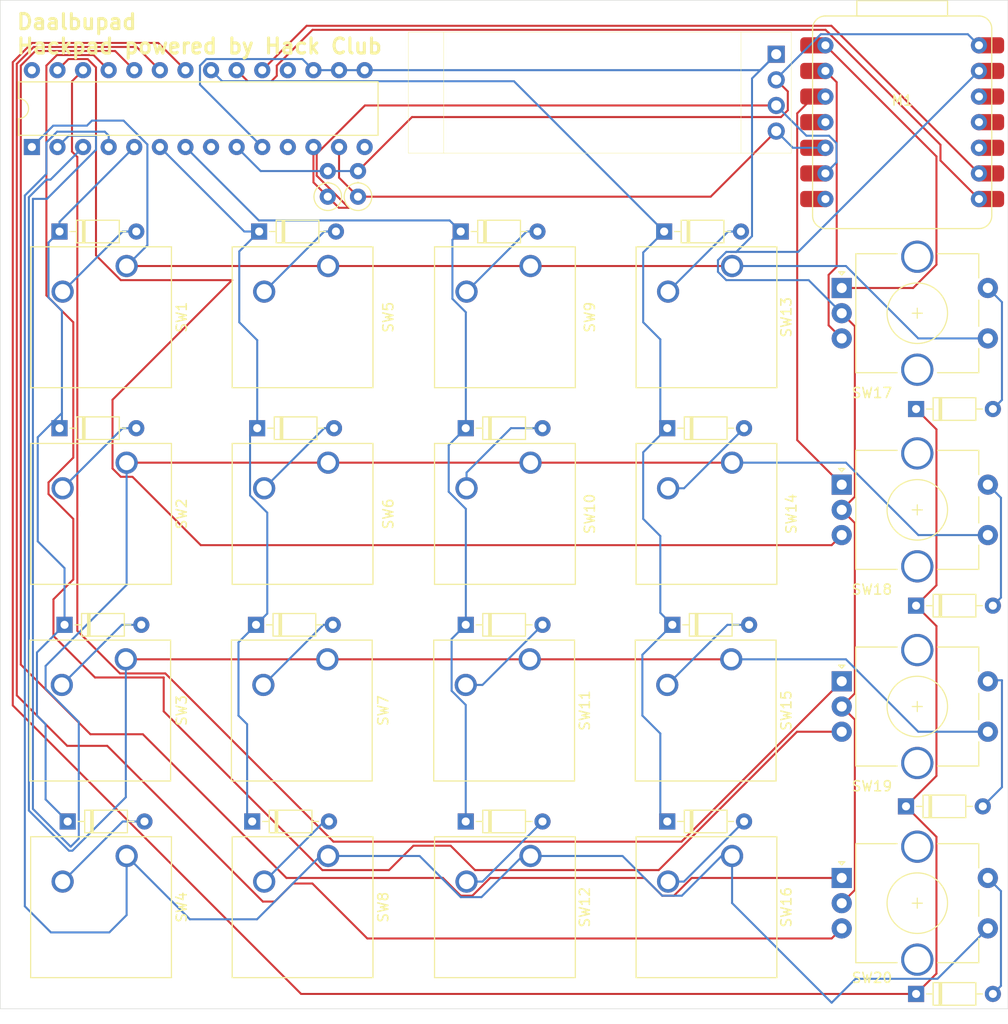
<source format=kicad_pcb>
(kicad_pcb (version 20240108) (generator "pcbnew") (generator_version "8.0")
  (layers (0 "F.Cu" signal) (31 "B.Cu" signal) (34 "B.Paste" user) (35 "F.Paste" user) (36 "B.SilkS" user "B.Silkscreen") (37 "F.SilkS" user "F.Silkscreen") (38 "B.Mask" user) (39 "F.Mask" user) (44 "Edge.Cuts" user))
  (net 0 "")
  (net 2 "Net-(D1-A)")
  (net 3 "Net-(D1-K)")
  (net 4 "Net-(D2-A)")
  (net 6 "Net-(D3-A)")
  (net 7 "Net-(D4-A)")
  (net 9 "Net-(D5-A)")
  (net 10 "GND")
  (net 11 "Net-(D5-K)")
  (net 12 "Net-(D6-A)")
  (net 13 "Net-(D7-A)")
  (net 14 "Net-(D8-A)")
  (net 15 "Net-(D9-A)")
  (net 16 "Net-(D10-A)")
  (net 17 "Net-(D10-K)")
  (net 18 "Net-(D11-A)")
  (net 19 "Net-(D12-A)")
  (net 20 "Net-(D13-K)")
  (net 21 "Net-(D13-A)")
  (net 22 "Net-(D14-A)")
  (net 23 "Net-(D15-A)")
  (net 24 "Net-(D16-A)")
  (net 25 "Net-(D17-K)")
  (net 26 "Net-(D17-A)")
  (net 27 "Net-(D18-A)")
  (net 28 "Net-(D19-A)")
  (net 29 "Net-(D20-A)")
  (net 30 "SCL")
  (net 31 "5V")
  (net 32 "SDA")
  (net 33 "Net-(M1-D8)")
  (net 36 "Net-(M1-D7)")
  (net 37 "Net-(M1-D2)")
  (net 38 "Net-(M1-D1)")
  (net 39 "Net-(U1-GPB0)")
  (net 40 "Net-(U1-GPB1)")
  (net 41 "Net-(U1-GPB2)")
  (net 42 "Net-(U1-GPB3)")
  (net 43 "Net-(U1-GPA6)")
  (net 44 "Net-(U1-GPA4)")
  (net 45 "Net-(U1-GPA5)")
  (net 46 "Net-(U1-GPA3)")
  (net 47 "Net-(U1-GPA2)")
  (net 53 "Net-(M1-D0)")
  (footprint "Downloads:SW_Cherry_MX_1.00u_PCB3d" (layer "F.Cu") (at 102.54 115.42)
    (property "Reference" "SW11")
    (property "Value" "SW_Push")
  )
  (footprint "Downloads:SW_Cherry_MX_1.00u_PCB3d" (layer "F.Cu") (at 62.54 95.92)
    (property "Reference" "SW2")
    (property "Value" "SW_Push")
  )
  (footprint "Diode_THT:D_DO-35_SOD27_P7.62mm_Horizontal" (layer "F.Cu") (at 75 131.5)
    (property "Reference" "D8" (hide yes))
    (property "Value" "1N4148")
  )
  (footprint "Downloads:RotaryEncoder_Alps_EC11E-Switch_Vertical_H20mm_CircularMountingHoles3D" (layer "F.Cu") (at 133.5 117.6)
    (property "Reference" "SW19")
    (property "Value" "RotaryEncoder_Switch")
  )
  (footprint "Package_DIP:DIP-28_W7.62mm" (layer "F.Cu") (at 53.14 64.62 90)
    (property "Reference" "U1" (hide yes))
    (property "Value" "MCP23017_SP")
  )
  (footprint "Downloads:SW_Cherry_MX_1.00u_PCB3d" (layer "F.Cu") (at 102.62 76.42)
    (property "Reference" "SW9")
    (property "Value" "SW_Push")
  )
  (footprint "Downloads:SW_Cherry_MX_1.00u_PCB3d" (layer "F.Cu") (at 82.54 76.42)
    (property "Reference" "SW5")
    (property "Value" "SW_Push")
  )
  (footprint "Diode_THT:D_DO-35_SOD27_P7.62mm_Horizontal" (layer "F.Cu") (at 56.69 131.5)
    (property "Reference" "D4" (hide yes))
    (property "Value" "1N4148")
  )
  (footprint "Downloads:SW_Cherry_MX_1.00u_PCB3d" (layer "F.Cu") (at 122.62 76.42)
    (property "Reference" "SW13")
    (property "Value" "SW_Push")
  )
  (footprint "Diode_THT:D_DO-35_SOD27_P7.62mm_Horizontal" (layer "F.Cu") (at 75.5 92.5)
    (property "Reference" "D6" (hide yes))
    (property "Value" "1N4148")
  )
  (footprint "Downloads:SW_Cherry_MX_1.00u_PCB3d" (layer "F.Cu") (at 122.62 95.92)
    (property "Reference" "SW14")
    (property "Value" "SW_Push")
  )
  (footprint "Downloads:SW_Cherry_MX_1.00u_PCB3d" (layer "F.Cu") (at 102.62 95.92)
    (property "Reference" "SW10")
    (property "Value" "SW_Push")
  )
  (footprint "Downloads:SW_Cherry_MX_1.00u_PCB3d" (layer "F.Cu") (at 62.54 76.42)
    (property "Reference" "SW1")
    (property "Value" "SW_Push")
  )
  (footprint "Downloads:SW_Cherry_MX_1.00u_PCB3d" (layer "F.Cu") (at 62.54 134.92)
    (property "Reference" "SW4")
    (property "Value" "SW_Push")
  )
  (footprint "Diode_THT:D_DO-35_SOD27_P7.62mm_Horizontal" (layer "F.Cu") (at 139.88 130)
    (property "Reference" "D19" (hide yes))
    (property "Value" "1N4148")
  )
  (footprint "Diode_THT:D_DO-35_SOD27_P7.62mm_Horizontal" (layer "F.Cu") (at 75.38 112)
    (property "Reference" "D7" (hide yes))
    (property "Value" "1N4148")
  )
  (footprint "Downloads:RotaryEncoder_Alps_EC11E-Switch_Vertical_H20mm_CircularMountingHoles3D" (layer "F.Cu") (at 133.5 98.1)
    (property "Reference" "SW18")
    (property "Value" "RotaryEncoder_Switch")
  )
  (footprint "Downloads:SW_Cherry_MX_1.00u_PCB3d" (layer "F.Cu") (at 82.54 95.92)
    (property "Reference" "SW6")
    (property "Value" "SW_Push")
  )
  (footprint "Diode_THT:D_DO-35_SOD27_P7.62mm_Horizontal" (layer "F.Cu") (at 96.19 131.5)
    (property "Reference" "D12" (hide yes))
    (property "Value" "1N4148")
  )
  (footprint "Resistor_THT:R_Axial_DIN0207_L6.3mm_D2.5mm_P2.54mm_Vertical" (layer "F.Cu") (at 85.5 69.545 90)
    (property "Reference" "R1" (hide yes))
    (property "Value" "4.7kΩ")
  )
  (footprint "Diode_THT:D_DO-35_SOD27_P7.62mm_Horizontal" (layer "F.Cu") (at 75.69 73)
    (property "Reference" "D5" (hide yes))
    (property "Value" "1N4148")
  )
  (footprint "Diode_THT:D_DO-35_SOD27_P7.62mm_Horizontal" (layer "F.Cu") (at 96.19 92.5)
    (property "Reference" "D10" (hide yes))
    (property "Value" "1N4148")
  )
  (footprint "Diode_THT:D_DO-35_SOD27_P7.62mm_Horizontal" (layer "F.Cu") (at 55.88 92.5)
    (property "Reference" "D2" (hide yes))
    (property "Value" "1N4148")
  )
  (footprint "Downloads:SW_Cherry_MX_1.00u_PCB3d" (layer "F.Cu") (at 82.54 134.92)
    (property "Reference" "SW8")
    (property "Value" "SW_Push")
  )
  (footprint "Downloads:SW_Cherry_MX_1.00u_PCB3d" (layer "F.Cu") (at 82.46 115.42)
    (property "Reference" "SW7")
    (property "Value" "SW_Push")
  )
  (footprint "Diode_THT:D_DO-35_SOD27_P7.62mm_Horizontal" (layer "F.Cu") (at 116.19 92.5)
    (property "Reference" "D14" (hide yes))
    (property "Value" "1N4148")
  )
  (footprint "Diode_THT:D_DO-35_SOD27_P7.62mm_Horizontal" (layer "F.Cu") (at 96.19 112)
    (property "Reference" "D11" (hide yes))
    (property "Value" "1N4148")
  )
  (footprint "Downloads:SW_Cherry_MX_1.00u_PCB3d" (layer "F.Cu") (at 102.62 134.92)
    (property "Reference" "SW12")
    (property "Value" "SW_Push")
  )
  (footprint "Diode_THT:D_DO-35_SOD27_P7.62mm_Horizontal" (layer "F.Cu") (at 116.69 112)
    (property "Reference" "D15" (hide yes))
    (property "Value" "1N4148")
  )
  (footprint "Diode_THT:D_DO-35_SOD27_P7.62mm_Horizontal" (layer "F.Cu") (at 115.88 73)
    (property "Reference" "D13" (hide yes))
    (property "Value" "1N4148")
  )
  (footprint "Downloads:SW_Cherry_MX_1.00u_PCB3d" (layer "F.Cu") (at 122.62 134.92)
    (property "Reference" "SW16")
    (property "Value" "SW_Push")
  )
  (footprint "Downloads:RotaryEncoder_Alps_EC11E-Switch_Vertical_H20mm_CircularMountingHoles3D" (layer "F.Cu") (at 133.5 78.6)
    (property "Reference" "SW17")
    (property "Value" "RotaryEncoder_Switch")
  )
  (footprint "Diode_THT:D_DO-35_SOD27_P7.62mm_Horizontal" (layer "F.Cu") (at 140.88 110.1)
    (property "Reference" "D18" (hide yes))
    (property "Value" "1N4148")
  )
  (footprint "Downloads:RotaryEncoder_Alps_EC11E-Switch_Vertical_H20mm_CircularMountingHoles3D" (layer "F.Cu") (at 133.5 137.1)
    (property "Reference" "SW20")
    (property "Value" "RotaryEncoder_Switch")
  )
  (footprint "Diode_THT:D_DO-35_SOD27_P7.62mm_Horizontal" (layer "F.Cu") (at 95.69 73)
    (property "Reference" "D9" (hide yes))
    (property "Value" "1N4148")
  )
  (footprint "Diode_THT:D_DO-35_SOD27_P7.62mm_Horizontal" (layer "F.Cu") (at 56.38 112)
    (property "Reference" "D3" (hide yes))
    (property "Value" "1N4148")
  )
  (footprint "Diode_THT:D_DO-35_SOD27_P7.62mm_Horizontal" (layer "F.Cu") (at 140.88 148.6)
    (property "Reference" "D20" (hide yes))
    (property "Value" "1N4148")
  )
  (footprint "Diode_THT:D_DO-35_SOD27_P7.62mm_Horizontal" (layer "F.Cu") (at 140.88 90.6)
    (property "Reference" "D17" (hide yes))
    (property "Value" "1N4148")
  )
  (footprint "Downloads:SSD1306-0.91-OLED-4pin-128x32" (layer "F.Cu") (at 90.5 53.23)
    (property "Reference" "J1" (hide yes))
    (property "Value" "Conn_01x04_Pin")
  )
  (footprint "Diode_THT:D_DO-35_SOD27_P7.62mm_Horizontal" (layer "F.Cu") (at 116.19 131.5)
    (property "Reference" "D16" (hide yes))
    (property "Value" "1N4148")
  )
  (footprint "Diode_THT:D_DO-35_SOD27_P7.62mm_Horizontal" (layer "F.Cu") (at 55.88 73)
    (property "Reference" "D1" (hide yes))
    (property "Value" "1N4148")
  )
  (footprint "Resistor_THT:R_Axial_DIN0207_L6.3mm_D2.5mm_P2.54mm_Vertical" (layer "F.Cu") (at 82.5 69.545 90)
    (property "Reference" "R2" (hide yes))
    (property "Value" "4.7kΩ")
  )
  (footprint "Downloads:XIAO-RP2040" (layer "F.Cu") (at 130.61 72.708)
    (property "Reference" "M1")
    (property "Value" "XIAO-RP2040")
  )
  (footprint "Downloads:SW_Cherry_MX_1.00u_PCB3d" (layer "F.Cu") (at 122.54 115.42)
    (property "Reference" "SW15")
    (property "Value" "SW_Push")
  )
  (footprint "Downloads:SW_Cherry_MX_1.00u_PCB3d" (layer "F.Cu") (at 62.46 115.42)
    (property "Reference" "SW3")
    (property "Value" "SW_Push")
  )
  (gr_rect (start 50 50.07) (end 150 150.07) (stroke (width 0.05)) (fill none) (layer "Edge.Cuts"))
  (gr_text "Daalbupad\nHackpad powered by Hack Club" (at 51.5 55.5 0) (layer "F.SilkS") (effects (font (size 1.5 1.5) (thickness 0.3) (bold yes)) (justify left bottom)))
  (segment (start 56.19 78.96) (end 62.15 73) (width 0.2) (layer "B.Cu") (net 2))
  (segment (start 62.15 73) (end 63.5 73) (width 0.2) (layer "B.Cu") (net 2))
  (segment (start 56.38 112) (end 53.64 114.74) (width 0.2) (layer "B.Cu") (net 3))
  (segment (start 56.38 106.38) (end 56.38 112) (width 0.2) (layer "B.Cu") (net 3))
  (segment (start 54.79 74.09) (end 54.79 79.539899) (width 0.2) (layer "B.Cu") (net 3))
  (segment (start 53.72 93.4) (end 53.72 103.72) (width 0.2) (layer "B.Cu") (net 3))
  (segment (start 53.72 103.72) (end 56.38 106.38) (width 0.2) (layer "B.Cu") (net 3))
  (segment (start 54.5 129.31) (end 56.69 131.5) (width 0.2) (layer "B.Cu") (net 3))
  (segment (start 56.12 91) (end 53.72 93.4) (width 0.2) (layer "B.Cu") (net 3))
  (segment (start 54.79 79.539899) (end 56.12 80.869899) (width 0.2) (layer "B.Cu") (net 3))
  (segment (start 54.5 121.857056) (end 54.5 129.31) (width 0.2) (layer "B.Cu") (net 3))
  (segment (start 53.64 114.74) (end 53.64 120.997056) (width 0.2) (layer "B.Cu") (net 3))
  (segment (start 55.88 72.04) (end 63.3 64.62) (width 0.2) (layer "B.Cu") (net 3))
  (segment (start 55.88 73) (end 55.88 72.04) (width 0.2) (layer "B.Cu") (net 3))
  (segment (start 55.88 73) (end 54.79 74.09) (width 0.2) (layer "B.Cu") (net 3))
  (segment (start 56.12 92.26) (end 55.88 92.5) (width 0.2) (layer "B.Cu") (net 3))
  (segment (start 56.12 91) (end 56.12 92.26) (width 0.2) (layer "B.Cu") (net 3))
  (segment (start 53.64 120.997056) (end 54.5 121.857056) (width 0.2) (layer "B.Cu") (net 3))
  (segment (start 56.12 80.869899) (end 56.12 91) (width 0.2) (layer "B.Cu") (net 3))
  (segment (start 62.15 92.5) (end 63.5 92.5) (width 0.2) (layer "B.Cu") (net 4))
  (segment (start 56.19 98.46) (end 62.15 92.5) (width 0.2) (layer "B.Cu") (net 4))
  (segment (start 62.07 112) (end 64 112) (width 0.2) (layer "B.Cu") (net 6))
  (segment (start 56.11 117.96) (end 62.07 112) (width 0.2) (layer "B.Cu") (net 6))
  (segment (start 62.15 131.5) (end 64.31 131.5) (width 0.2) (layer "B.Cu") (net 7))
  (segment (start 56.19 137.46) (end 62.15 131.5) (width 0.2) (layer "B.Cu") (net 7))
  (segment (start 82.15 73) (end 83.31 73) (width 0.2) (layer "B.Cu") (net 9))
  (segment (start 76.19 78.96) (end 82.15 73) (width 0.2) (layer "B.Cu") (net 9))
  (segment (start 134.8 138.3) (end 133.5 139.6) (width 0.2) (layer "F.Cu") (net 10))
  (segment (start 134.8 118.8) (end 133.5 120.1) (width 0.2) (layer "F.Cu") (net 10))
  (segment (start 133.5 120.1) (end 134.8 121.4) (width 0.2) (layer "F.Cu") (net 10))
  (segment (start 134.8 121.4) (end 134.8 138.3) (width 0.2) (layer "F.Cu") (net 10))
  (segment (start 133.5 100.6) (end 134.8 101.9) (width 0.2) (layer "F.Cu") (net 10))
  (segment (start 134.8 82.4) (end 134.8 99.3) (width 0.2) (layer "F.Cu") (net 10))
  (segment (start 133.5 81.1) (end 134.8 82.4) (width 0.2) (layer "F.Cu") (net 10))
  (segment (start 134.8 101.9) (end 134.8 118.8) (width 0.2) (layer "F.Cu") (net 10))
  (segment (start 134.8 99.3) (end 133.5 100.6) (width 0.2) (layer "F.Cu") (net 10))
  (segment (start 69.82 56.544365) (end 70.464365 55.9) (width 0.2) (layer "B.Cu") (net 10))
  (segment (start 81.08 57) (end 125.42 57) (width 0.2) (layer "B.Cu") (net 10))
  (segment (start 127 55.42) (end 124.6 57.82) (width 0.2) (layer "B.Cu") (net 10))
  (segment (start 125.42 57) (end 127 55.42) (width 0.2) (layer "B.Cu") (net 10))
  (segment (start 124.6 73.455635) (end 123.035635 75.02) (width 0.2) (layer "B.Cu") (net 10))
  (segment (start 76 64.62) (end 69.82 58.44) (width 0.2) (layer "B.Cu") (net 10))
  (segment (start 121.22 75.840101) (end 121.22 76.999899) (width 0.2) (layer "B.Cu") (net 10))
  (segment (start 79.98 55.9) (end 81.08 57) (width 0.2) (layer "B.Cu") (net 10))
  (segment (start 122.5 75.02) (end 122.040101 75.02) (width 0.2) (layer "B.Cu") (net 10))
  (segment (start 124.6 57.82) (end 124.6 73.455635) (width 0.2) (layer "B.Cu") (net 10))
  (segment (start 147.1175 57.077) (end 129.1745 75.02) (width 0.2) (layer "B.Cu") (net 10))
  (segment (start 129.1745 75.02) (end 122.5 75.02) (width 0.2) (layer "B.Cu") (net 10))
  (segment (start 122.040101 75.02) (end 121.22 75.840101) (width 0.2) (layer "B.Cu") (net 10))
  (segment (start 121.22 76.999899) (end 122.040101 77.82) (width 0.2) (layer "B.Cu") (net 10))
  (segment (start 69.82 58.44) (end 69.82 56.544365) (width 0.2) (layer "B.Cu") (net 10))
  (segment (start 130.22 77.82) (end 133.5 81.1) (width 0.2) (layer "B.Cu") (net 10))
  (segment (start 123.035635 75.02) (end 122.5 75.02) (width 0.2) (layer "B.Cu") (net 10))
  (segment (start 70.464365 55.9) (end 79.98 55.9) (width 0.2) (layer "B.Cu") (net 10))
  (segment (start 122.040101 77.82) (end 130.22 77.82) (width 0.2) (layer "B.Cu") (net 10))
  (segment (start 76.5 110.88) (end 75.38 112) (width 0.2) (layer "B.Cu") (net 11))
  (segment (start 75.5 92.5) (end 74.79 93.21) (width 0.2) (layer "B.Cu") (net 11))
  (segment (start 75.38 112) (end 73.64 113.74) (width 0.2) (layer "B.Cu") (net 11))
  (segment (start 73.64 120.997056) (end 74.5 121.857056) (width 0.2) (layer "B.Cu") (net 11))
  (segment (start 73.72 74.97) (end 73.72 81.997056) (width 0.2) (layer "B.Cu") (net 11))
  (segment (start 73.72 81.997056) (end 75.5 83.777056) (width 0.2) (layer "B.Cu") (net 11))
  (segment (start 73.64 113.74) (end 73.64 120.997056) (width 0.2) (layer "B.Cu") (net 11))
  (segment (start 74.79 99.172944) (end 76.5 100.882944) (width 0.2) (layer "B.Cu") (net 11))
  (segment (start 74.5 131) (end 75 131.5) (width 0.2) (layer "B.Cu") (net 11))
  (segment (start 75.5 83.777056) (end 75.5 92.5) (width 0.2) (layer "B.Cu") (net 11))
  (segment (start 74.79 93.21) (end 74.79 99.172944) (width 0.2) (layer "B.Cu") (net 11))
  (segment (start 76.5 100.882944) (end 76.5 110.88) (width 0.2) (layer "B.Cu") (net 11))
  (segment (start 74.22 73) (end 75.69 73) (width 0.2) (layer "B.Cu") (net 11))
  (segment (start 75.69 73) (end 73.72 74.97) (width 0.2) (layer "B.Cu") (net 11))
  (segment (start 74.5 121.857056) (end 74.5 131) (width 0.2) (layer "B.Cu") (net 11))
  (segment (start 65.84 64.62) (end 74.22 73) (width 0.2) (layer "B.Cu") (net 11))
  (segment (start 76.19 98.46) (end 82.15 92.5) (width 0.2) (layer "B.Cu") (net 12))
  (segment (start 82.15 92.5) (end 83.12 92.5) (width 0.2) (layer "B.Cu") (net 12))
  (segment (start 82.07 112) (end 83 112) (width 0.2) (layer "B.Cu") (net 13))
  (segment (start 76.11 117.96) (end 82.07 112) (width 0.2) (layer "B.Cu") (net 13))
  (segment (start 76.19 137.46) (end 82.15 131.5) (width 0.2) (layer "B.Cu") (net 14))
  (segment (start 82.15 131.5) (end 82.62 131.5) (width 0.2) (layer "B.Cu") (net 14))
  (segment (start 102.23 73) (end 103.31 73) (width 0.2) (layer "B.Cu") (net 15))
  (segment (start 96.27 78.96) (end 102.23 73) (width 0.2) (layer "B.Cu") (net 15))
  (segment (start 96.27 98.46) (end 96.27 96.904366) (width 0.2) (layer "B.Cu") (net 16))
  (segment (start 96.27 96.904366) (end 100.674366 92.5) (width 0.2) (layer "B.Cu") (net 16))
  (segment (start 100.674366 92.5) (end 103.81 92.5) (width 0.2) (layer "B.Cu") (net 16))
  (segment (start 94.5 94.19) (end 96.19 92.5) (width 0.2) (layer "B.Cu") (net 17))
  (segment (start 95.69 73) (end 94.87 73.82) (width 0.2) (layer "B.Cu") (net 17))
  (segment (start 94.79 118.539899) (end 94.79 113.4) (width 0.2) (layer "B.Cu") (net 17))
  (segment (start 94.5 98.802944) (end 94.5 94.19) (width 0.2) (layer "B.Cu") (net 17))
  (segment (start 75.66 71.9) (end 94.59 71.9) (width 0.2) (layer "B.Cu") (net 17))
  (segment (start 96.2 100.502944) (end 94.5 98.802944) (width 0.2) (layer "B.Cu") (net 17))
  (segment (start 94.59 71.9) (end 95.69 73) (width 0.2) (layer "B.Cu") (net 17))
  (segment (start 94.87 79.672944) (end 96.2 81.002944) (width 0.2) (layer "B.Cu") (net 17))
  (segment (start 96.2 81.002944) (end 96.2 92.49) (width 0.2) (layer "B.Cu") (net 17))
  (segment (start 96.19 131.5) (end 96.19 119.939899) (width 0.2) (layer "B.Cu") (net 17))
  (segment (start 94.87 73.82) (end 94.87 79.672944) (width 0.2) (layer "B.Cu") (net 17))
  (segment (start 96.19 119.939899) (end 94.79 118.539899) (width 0.2) (layer "B.Cu") (net 17))
  (segment (start 96.2 111.99) (end 96.2 100.502944) (width 0.2) (layer "B.Cu") (net 17))
  (segment (start 96.2 92.49) (end 96.19 92.5) (width 0.2) (layer "B.Cu") (net 17))
  (segment (start 94.79 113.4) (end 96.19 112) (width 0.2) (layer "B.Cu") (net 17))
  (segment (start 68.38 64.62) (end 75.66 71.9) (width 0.2) (layer "B.Cu") (net 17))
  (segment (start 96.19 112) (end 96.2 111.99) (width 0.2) (layer "B.Cu") (net 17))
  (segment (start 97.85 117.96) (end 103.81 112) (width 0.2) (layer "B.Cu") (net 18))
  (segment (start 96.19 117.96) (end 97.85 117.96) (width 0.2) (layer "B.Cu") (net 18))
  (segment (start 96.27 137.46) (end 97.85 137.46) (width 0.2) (layer "B.Cu") (net 19))
  (segment (start 97.85 137.46) (end 103.81 131.5) (width 0.2) (layer "B.Cu") (net 19))
  (segment (start 116.19 92.5) (end 115.5 91.81) (width 0.2) (layer "B.Cu") (net 20))
  (segment (start 113.8 81.997056) (end 113.8 75.08) (width 0.2) (layer "B.Cu") (net 20))
  (segment (start 115.5 122.777056) (end 115.5 130.81) (width 0.2) (layer "B.Cu") (net 20))
  (segment (start 115.5 83.697056) (end 113.8 81.997056) (width 0.2) (layer "B.Cu") (net 20))
  (segment (start 113.8 101.497056) (end 115.5 103.197056) (width 0.2) (layer "B.Cu") (net 20))
  (segment (start 113.8 75.08) (end 115.88 73) (width 0.2) (layer "B.Cu") (net 20))
  (segment (start 113.72 114.97) (end 113.72 120.997056) (width 0.2) (layer "B.Cu") (net 20))
  (segment (start 113.72 120.997056) (end 115.5 122.777056) (width 0.2) (layer "B.Cu") (net 20))
  (segment (start 115.5 91.81) (end 115.5 83.697056) (width 0.2) (layer "B.Cu") (net 20))
  (segment (start 115.5 130.81) (end 116.19 131.5) (width 0.2) (layer "B.Cu") (net 20))
  (segment (start 115.5 110.81) (end 116.69 112) (width 0.2) (layer "B.Cu") (net 20))
  (segment (start 115.88 73) (end 100.98 58.1) (width 0.2) (layer "B.Cu") (net 20))
  (segment (start 116.69 112) (end 113.72 114.97) (width 0.2) (layer "B.Cu") (net 20))
  (segment (start 113.8 94.89) (end 113.8 101.497056) (width 0.2) (layer "B.Cu") (net 20))
  (segment (start 72.02 58.1) (end 70.92 57) (width 0.2) (layer "B.Cu") (net 20))
  (segment (start 116.19 92.5) (end 113.8 94.89) (width 0.2) (layer "B.Cu") (net 20))
  (segment (start 115.5 103.197056) (end 115.5 110.81) (width 0.2) (layer "B.Cu") (net 20))
  (segment (start 100.98 58.1) (end 72.02 58.1) (width 0.2) (layer "B.Cu") (net 20))
  (segment (start 116.27 78.96) (end 122.23 73) (width 0.2) (layer "B.Cu") (net 21))
  (segment (start 122.23 73) (end 123.5 73) (width 0.2) (layer "B.Cu") (net 21))
  (segment (start 116.27 98.46) (end 117.85 98.46) (width 0.2) (layer "B.Cu") (net 22))
  (segment (start 117.85 98.46) (end 123.81 92.5) (width 0.2) (layer "B.Cu") (net 22))
  (segment (start 116.19 117.96) (end 122.15 112) (width 0.2) (layer "B.Cu") (net 23))
  (segment (start 122.15 112) (end 124.31 112) (width 0.2) (layer "B.Cu") (net 23))
  (segment (start 117.85 137.46) (end 123.81 131.5) (width 0.2) (layer "B.Cu") (net 24))
  (segment (start 116.27 137.46) (end 117.85 137.46) (width 0.2) (layer "B.Cu") (net 24))
  (segment (start 51.24 119.985635) (end 51.24 56.212993) (width 0.2) (layer "F.Cu") (net 25))
  (segment (start 140.88 90.6) (end 142.9 92.62) (width 0.2) (layer "F.Cu") (net 25))
  (segment (start 53.152993 54.3) (end 65.68 54.3) (width 0.2) (layer "F.Cu") (net 25))
  (segment (start 51.24 56.212993) (end 53.152993 54.3) (width 0.2) (layer "F.Cu") (net 25))
  (segment (start 142.9 108.08) (end 140.88 110.1) (width 0.2) (layer "F.Cu") (net 25))
  (segment (start 142.9 92.62) (end 142.9 108.08) (width 0.2) (layer "F.Cu") (net 25))
  (segment (start 140.88 148.6) (end 79.854365 148.6) (width 0.2) (layer "F.Cu") (net 25))
  (segment (start 142.9 112.12) (end 142.9 126.98) (width 0.2) (layer "F.Cu") (net 25))
  (segment (start 140.88 110.1) (end 142.9 112.12) (width 0.2) (layer "F.Cu") (net 25))
  (segment (start 79.854365 148.6) (end 51.24 119.985635) (width 0.2) (layer "F.Cu") (net 25))
  (segment (start 142.9 126.98) (end 139.88 130) (width 0.2) (layer "F.Cu") (net 25))
  (segment (start 142.9 146.58) (end 140.88 148.6) (width 0.2) (layer "F.Cu") (net 25))
  (segment (start 142.9 133.02) (end 142.9 146.58) (width 0.2) (layer "F.Cu") (net 25))
  (segment (start 65.68 54.3) (end 68.38 57) (width 0.2) (layer "F.Cu") (net 25))
  (segment (start 139.88 130) (end 142.9 133.02) (width 0.2) (layer "F.Cu") (net 25))
  (segment (start 149.4 80) (end 148 78.6) (width 0.2) (layer "B.Cu") (net 26))
  (segment (start 149.4 89.7) (end 149.4 80) (width 0.2) (layer "B.Cu") (net 26))
  (segment (start 148.5 90.6) (end 149.4 89.7) (width 0.2) (layer "B.Cu") (net 26))
  (segment (start 149.3 99.4) (end 148 98.1) (width 0.2) (layer "B.Cu") (net 27))
  (segment (start 148.5 110.1) (end 149.3 109.3) (width 0.2) (layer "B.Cu") (net 27))
  (segment (start 149.3 109.3) (end 149.3 99.4) (width 0.2) (layer "B.Cu") (net 27))
  (segment (start 147.5 130) (end 149.4 128.1) (width 0.2) (layer "B.Cu") (net 28))
  (segment (start 149.4 128.1) (end 149.4 117.5) (width 0.2) (layer "B.Cu") (net 28))
  (segment (start 149.4 117.5) (end 148.1 117.5) (width 0.2) (layer "B.Cu") (net 28))
  (segment (start 148.1 117.5) (end 148 117.6) (width 0.2) (layer "B.Cu") (net 28))
  (segment (start 149.3 147.8) (end 148.5 148.6) (width 0.2) (layer "B.Cu") (net 29))
  (segment (start 148 137.1) (end 149.3 138.4) (width 0.2) (layer "B.Cu") (net 29))
  (segment (start 149.3 138.4) (end 149.3 147.8) (width 0.2) (layer "B.Cu") (net 29))
  (segment (start 82.5 69.545) (end 81.08 68.125) (width 0.2) (layer "F.Cu") (net 30))
  (segment (start 86.184365 60.5) (end 127 60.5) (width 0.2) (layer "F.Cu") (net 30))
  (segment (start 81.4 67.460635) (end 81.4 65.284365) (width 0.2) (layer "F.Cu") (net 30))
  (segment (start 81.08 68.125) (end 81.08 64.62) (width 0.2) (layer "F.Cu") (net 30))
  (segment (start 81.4 65.284365) (end 86.184365 60.5) (width 0.2) (layer "F.Cu") (net 30))
  (segment (start 83.6 70.645) (end 84.584365 70.645) (width 0.2) (layer "F.Cu") (net 30))
  (segment (start 84.584365 70.645) (end 81.4 67.460635) (width 0.2) (layer "F.Cu") (net 30))
  (segment (start 82.5 69.545) (end 83.6 70.645) (width 0.2) (layer "F.Cu") (net 30))
  (segment (start 132.9825 66.137) (end 132.9825 64.241365) (width 0.2) (layer "B.Cu") (net 30))
  (segment (start 132.241135 63.5) (end 130 63.5) (width 0.2) (layer "B.Cu") (net 30))
  (segment (start 132.9825 64.241365) (end 132.241135 63.5) (width 0.2) (layer "B.Cu") (net 30))
  (segment (start 131.8825 67.237) (end 132.9825 66.137) (width 0.2) (layer "B.Cu") (net 30))
  (segment (start 130 63.5) (end 127 60.5) (width 0.2) (layer "B.Cu") (net 30))
  (segment (start 128.15 60.976346) (end 128.15 59.11) (width 0.2) (layer "F.Cu") (net 31))
  (segment (start 85.5 67.005) (end 90.855 61.65) (width 0.2) (layer "F.Cu") (net 31))
  (segment (start 90.855 61.65) (end 127.476346 61.65) (width 0.2) (layer "F.Cu") (net 31))
  (segment (start 127.476346 61.65) (end 128.15 60.976346) (width 0.2) (layer "F.Cu") (net 31))
  (segment (start 128.15 59.11) (end 127 57.96) (width 0.2) (layer "F.Cu") (net 31))
  (segment (start 127 57.96) (end 127 57.863865) (width 0.2) (layer "B.Cu") (net 31))
  (segment (start 82.5 67.005) (end 75.845 67.005) (width 0.2) (layer "B.Cu") (net 31))
  (segment (start 75.845 67.005) (end 73.46 64.62) (width 0.2) (layer "B.Cu") (net 31))
  (segment (start 131.426865 53.437) (end 146.0175 53.437) (width 0.2) (layer "B.Cu") (net 31))
  (segment (start 82.5 67.005) (end 85.5 67.005) (width 0.2) (layer "B.Cu") (net 31))
  (segment (start 127 57.863865) (end 131.426865 53.437) (width 0.2) (layer "B.Cu") (net 31))
  (segment (start 146.0175 53.437) (end 147.1175 54.537) (width 0.2) (layer "B.Cu") (net 31))
  (segment (start 85.5 69.545) (end 83.62 67.665) (width 0.2) (layer "F.Cu") (net 32))
  (segment (start 85.5 69.545) (end 120.495 69.545) (width 0.2) (layer "F.Cu") (net 32))
  (segment (start 120.495 69.545) (end 127 63.04) (width 0.2) (layer "F.Cu") (net 32))
  (segment (start 83.62 67.665) (end 83.62 64.62) (width 0.2) (layer "F.Cu") (net 32))
  (segment (start 128.657 64.697) (end 131.8825 64.697) (width 0.2) (layer "B.Cu") (net 32))
  (segment (start 127 63.04) (end 128.657 64.697) (width 0.2) (layer "B.Cu") (net 32))
  (segment (start 132.4805 52.6) (end 147.1175 67.237) (width 0.2) (layer "F.Cu") (net 33))
  (segment (start 76 57) (end 80.4 52.6) (width 0.2) (layer "F.Cu") (net 33))
  (segment (start 80.4 52.6) (end 132.4805 52.6) (width 0.2) (layer "F.Cu") (net 33))
  (segment (start 74.56 58.1) (end 73.46 57) (width 0.2) (layer "F.Cu") (net 36))
  (segment (start 143.3 65.9595) (end 143.3 64.398865) (width 0.2) (layer "F.Cu") (net 36))
  (segment (start 147.1175 69.777) (end 143.3 65.9595) (width 0.2) (layer "F.Cu") (net 36))
  (segment (start 80.984365 53) (end 77.44 56.544365) (width 0.2) (layer "F.Cu") (net 36))
  (segment (start 77.44 57.56) (end 76.9 58.1) (width 0.2) (layer "F.Cu") (net 36))
  (segment (start 131.901135 53) (end 80.984365 53) (width 0.2) (layer "F.Cu") (net 36))
  (segment (start 143.3 64.398865) (end 131.901135 53) (width 0.2) (layer "F.Cu") (net 36))
  (segment (start 77.44 56.544365) (end 77.44 57.56) (width 0.2) (layer "F.Cu") (net 36))
  (segment (start 76.9 58.1) (end 74.56 58.1) (width 0.2) (layer "F.Cu") (net 36))
  (segment (start 129.0825 61.28563) (end 130.75113 59.617) (width 0.2) (layer "F.Cu") (net 37))
  (segment (start 129.0825 93.6825) (end 129.0825 61.28563) (width 0.2) (layer "F.Cu") (net 37))
  (segment (start 133.5 98.1) (end 129.0825 93.6825) (width 0.2) (layer "F.Cu") (net 37))
  (segment (start 130.75113 59.617) (end 131.8825 59.617) (width 0.2) (layer "F.Cu") (net 37))
  (segment (start 132.2 77.3) (end 133 76.5) (width 0.2) (layer "F.Cu") (net 38))
  (segment (start 133.5 83.6) (end 132.2 82.3) (width 0.2) (layer "F.Cu") (net 38))
  (segment (start 133 58.1945) (end 131.8825 57.077) (width 0.2) (layer "F.Cu") (net 38))
  (segment (start 132.2 82.3) (end 132.2 77.3) (width 0.2) (layer "F.Cu") (net 38))
  (segment (start 133 76.5) (end 133 58.1945) (width 0.2) (layer "F.Cu") (net 38))
  (segment (start 62.54 76.42) (end 82.54 76.42) (width 0.2) (layer "F.Cu") (net 39))
  (segment (start 82.54 76.42) (end 102.62 76.42) (width 0.2) (layer "F.Cu") (net 39))
  (segment (start 102.62 76.42) (end 122.62 76.42) (width 0.2) (layer "F.Cu") (net 39))
  (segment (start 53.14 64.62) (end 55.26 62.5) (width 0.2) (layer "B.Cu") (net 39))
  (segment (start 64.6 64.364365) (end 64.6 74.36) (width 0.2) (layer "B.Cu") (net 39))
  (segment (start 141.1 83.6) (end 148 83.6) (width 0.2) (layer "B.Cu") (net 39))
  (segment (start 133.92 76.42) (end 141.1 83.6) (width 0.2) (layer "B.Cu") (net 39))
  (segment (start 58.605685 62.5) (end 59.105685 62) (width 0.2) (layer "B.Cu") (net 39))
  (segment (start 64.6 74.36) (end 62.54 76.42) (width 0.2) (layer "B.Cu") (net 39))
  (segment (start 55.26 62.5) (end 58.605685 62.5) (width 0.2) (layer "B.Cu") (net 39))
  (segment (start 122.62 76.42) (end 133.92 76.42) (width 0.2) (layer "B.Cu") (net 39))
  (segment (start 62.235635 62) (end 64.6 64.364365) (width 0.2) (layer "B.Cu") (net 39))
  (segment (start 59.105685 62) (end 62.235635 62) (width 0.2) (layer "B.Cu") (net 39))
  (segment (start 82.54 95.92) (end 62.54 95.92) (width 0.2) (layer "F.Cu") (net 40))
  (segment (start 102.62 95.92) (end 82.54 95.92) (width 0.2) (layer "F.Cu") (net 40))
  (segment (start 102.62 95.92) (end 122.62 95.92) (width 0.2) (layer "F.Cu") (net 40))
  (segment (start 122.62 95.92) (end 133.92 95.92) (width 0.2) (layer "B.Cu") (net 40))
  (segment (start 56.99 134) (end 57.79 133.2) (width 0.2) (layer "B.Cu") (net 40))
  (segment (start 62.54 108.04) (end 62.54 95.92) (width 0.2) (layer "B.Cu") (net 40))
  (segment (start 141.1 103.1) (end 148 103.1) (width 0.2) (layer "B.Cu") (net 40))
  (segment (start 57.79 133.2) (end 57.79 121.619899) (width 0.2) (layer "B.Cu") (net 40))
  (segment (start 57.79 121.619899) (end 54.5 118.329899) (width 0.2) (layer "B.Cu") (net 40))
  (segment (start 54.5 116.08) (end 62.54 108.04) (width 0.2) (layer "B.Cu") (net 40))
  (segment (start 59.5 63.5) (end 56.8 63.5) (width 0.2) (layer "B.Cu") (net 40))
  (segment (start 56.8 63.5) (end 55.68 64.62) (width 0.2) (layer "B.Cu") (net 40))
  (segment (start 54.5 118.329899) (end 54.5 116.08) (width 0.2) (layer "B.Cu") (net 40))
  (segment (start 59.5 63.5) (end 59.5 64.895635) (width 0.2) (layer "B.Cu") (net 40))
  (segment (start 133.92 95.92) (end 141.1 103.1) (width 0.2) (layer "B.Cu") (net 40))
  (segment (start 53.24 69.76) (end 53.24 130.25) (width 0.2) (layer "B.Cu") (net 40))
  (segment (start 54.635635 69.76) (end 53.24 69.76) (width 0.2) (layer "B.Cu") (net 40))
  (segment (start 59.5 64.895635) (end 54.635635 69.76) (width 0.2) (layer "B.Cu") (net 40))
  (segment (start 53.24 130.25) (end 56.99 134) (width 0.2) (layer "B.Cu") (net 40))
  (segment (start 82.46 115.42) (end 102.54 115.42) (width 0.2) (layer "F.Cu") (net 41))
  (segment (start 102.54 115.42) (end 122.54 115.42) (width 0.2) (layer "F.Cu") (net 41))
  (segment (start 62.46 115.42) (end 82.46 115.42) (width 0.2) (layer "F.Cu") (net 41))
  (segment (start 62.46 129.095686) (end 62.46 115.42) (width 0.2) (layer "B.Cu") (net 41))
  (segment (start 54.985686 67.854314) (end 54.58 67.854314) (width 0.2) (layer "B.Cu") (net 41))
  (segment (start 54.58 67.854314) (end 52.84 69.594314) (width 0.2) (layer "B.Cu") (net 41))
  (segment (start 57.155686 134.4) (end 62.46 129.095686) (width 0.2) (layer "B.Cu") (net 41))
  (segment (start 52.84 130.415686) (end 56.824314 134.4) (width 0.2) (layer "B.Cu") (net 41))
  (segment (start 58.22 64.62) (end 54.985686 67.854314) (width 0.2) (layer "B.Cu") (net 41))
  (segment (start 52.84 69.594314) (end 52.84 130.415686) (width 0.2) (layer "B.Cu") (net 41))
  (segment (start 141.1 122.6) (end 148 122.6) (width 0.2) (layer "B.Cu") (net 41))
  (segment (start 122.54 115.42) (end 133.92 115.42) (width 0.2) (layer "B.Cu") (net 41))
  (segment (start 133.92 115.42) (end 141.1 122.6) (width 0.2) (layer "B.Cu") (net 41))
  (segment (start 56.824314 134.4) (end 57.155686 134.4) (width 0.2) (layer "B.Cu") (net 41))
  (segment (start 52.44 69.428628) (end 52.44 139.91) (width 0.2) (layer "B.Cu") (net 42))
  (segment (start 60.823402 142.5) (end 62.54 140.783402) (width 0.2) (layer "B.Cu") (net 42))
  (segment (start 102.62 134.92) (end 111.750101 134.92) (width 0.2) (layer "B.Cu") (net 42))
  (segment (start 122.62 139.59) (end 122.62 134.92) (width 0.2) (layer "B.Cu") (net 42))
  (segment (start 52.44 139.91) (end 55.03 142.5) (width 0.2) (layer "B.Cu") (net 42))
  (segment (start 91.617056 134.92) (end 95.697056 139) (width 0.2) (layer "B.Cu") (net 42))
  (segment (start 95.697056 139) (end 97.756598 139) (width 0.2) (layer "B.Cu") (net 42))
  (segment (start 75.476598 141.2) (end 81.756598 134.92) (width 0.2) (layer "B.Cu") (net 42))
  (segment (start 101.836598 134.92) (end 102.62 134.92) (width 0.2) (layer "B.Cu") (net 42))
  (segment (start 115.690101 138.86) (end 117.64 138.86) (width 0.2) (layer "B.Cu") (net 42))
  (segment (start 132.5 149.47) (end 122.62 139.59) (width 0.2) (layer "B.Cu") (net 42))
  (segment (start 60.37137 63.1) (end 55.644365 63.1) (width 0.2) (layer "B.Cu") (net 42))
  (segment (start 148 142.1) (end 143 147.1) (width 0.2) (layer "B.Cu") (net 42))
  (segment (start 54.58 64.164365) (end 54.58 67.288628) (width 0.2) (layer "B.Cu") (net 42))
  (segment (start 81.756598 134.92) (end 82.54 134.92) (width 0.2) (layer "B.Cu") (net 42))
  (segment (start 82.54 134.92) (end 91.617056 134.92) (width 0.2) (layer "B.Cu") (net 42))
  (segment (start 60.76 64.62) (end 60.76 63.48863) (width 0.2) (layer "B.Cu") (net 42))
  (segment (start 55.644365 63.1) (end 54.58 64.164365) (width 0.2) (layer "B.Cu") (net 42))
  (segment (start 68.82 141.2) (end 75.476598 141.2) (width 0.2) (layer "B.Cu") (net 42))
  (segment (start 62.54 134.92) (end 68.82 141.2) (width 0.2) (layer "B.Cu") (net 42))
  (segment (start 143 147.1) (end 134.87 147.1) (width 0.2) (layer "B.Cu") (net 42))
  (segment (start 55.03 142.5) (end 60.823402 142.5) (width 0.2) (layer "B.Cu") (net 42))
  (segment (start 111.750101 134.92) (end 115.690101 138.86) (width 0.2) (layer "B.Cu") (net 42))
  (segment (start 97.756598 139) (end 101.836598 134.92) (width 0.2) (layer "B.Cu") (net 42))
  (segment (start 117.64 138.86) (end 121.58 134.92) (width 0.2) (layer "B.Cu") (net 42))
  (segment (start 62.54 140.783402) (end 62.54 134.92) (width 0.2) (layer "B.Cu") (net 42))
  (segment (start 121.58 134.92) (end 122.62 134.92) (width 0.2) (layer "B.Cu") (net 42))
  (segment (start 134.87 147.1) (end 132.5 149.47) (width 0.2) (layer "B.Cu") (net 42))
  (segment (start 54.58 67.288628) (end 52.44 69.428628) (width 0.2) (layer "B.Cu") (net 42))
  (segment (start 60.76 63.48863) (end 60.37137 63.1) (width 0.2) (layer "B.Cu") (net 42))
  (segment (start 73 77.82) (end 61.960101 77.82) (width 0.2) (layer "F.Cu") (net 43))
  (segment (start 133.5 103.1) (end 132.5 104.1) (width 0.2) (layer "F.Cu") (net 43))
  (segment (start 61.14 96.499899) (end 61.14 89.68) (width 0.2) (layer "F.Cu") (net 43))
  (segment (start 58.675635 55.9) (end 56.78 55.9) (width 0.2) (layer "F.Cu") (net 43))
  (segment (start 61.960101 97.32) (end 61.14 96.499899) (width 0.2) (layer "F.Cu") (net 43))
  (segment (start 59.5 75.359899) (end 59.5 56.724365) (width 0.2) (layer "F.Cu") (net 43))
  (segment (start 69.899899 104.1) (end 63.119899 97.32) (width 0.2) (layer "F.Cu") (net 43))
  (segment (start 56.78 55.9) (end 55.68 57) (width 0.2) (layer "F.Cu") (net 43))
  (segment (start 61.960101 77.82) (end 59.5 75.359899) (width 0.2) (layer "F.Cu") (net 43))
  (segment (start 132.5 104.1) (end 69.899899 104.1) (width 0.2) (layer "F.Cu") (net 43))
  (segment (start 59.5 56.724365) (end 58.675635 55.9) (width 0.2) (layer "F.Cu") (net 43))
  (segment (start 63.119899 97.32) (end 61.960101 97.32) (width 0.2) (layer "F.Cu") (net 43))
  (segment (start 61.14 89.68) (end 73 77.82) (width 0.2) (layer "F.Cu") (net 43))
  (segment (start 55.68 57) (end 55.5 57) (width 0.2) (layer "B.Cu") (net 43))
  (segment (start 129.065686 122.6) (end 115.345686 136.32) (width 0.2) (layer "F.Cu") (net 44))
  (segment (start 57.25 101.499899) (end 54.79 99.039899) (width 0.2) (layer "F.Cu") (net 44))
  (segment (start 57.25 107.5) (end 57.25 101.499899) (width 0.2) (layer "F.Cu") (net 44))
  (segment (start 54.79 97.880101) (end 57.25 95.420101) (width 0.2) (layer "F.Cu") (net 44))
  (segment (start 59.4 117.22) (end 55.28 113.1) (width 0.2) (layer "F.Cu") (net 44))
  (segment (start 57.25 81.999899) (end 54.58 79.329899) (width 0.2) (layer "F.Cu") (net 44))
  (segment (start 54.58 79.329899) (end 54.58 56.544365) (width 0.2) (layer "F.Cu") (net 44))
  (segment (start 91 133.9) (end 88.58 136.32) (width 0.2) (layer "F.Cu") (net 44))
  (segment (start 54.79 99.039899) (end 54.79 97.880101) (width 0.2) (layer "F.Cu") (net 44))
  (segment (start 57.25 95.420101) (end 57.25 81.999899) (width 0.2) (layer "F.Cu") (net 44))
  (segment (start 55.28 109.47) (end 57.25 107.5) (width 0.2) (layer "F.Cu") (net 44))
  (segment (start 59.26 55.5) (end 60.76 57) (width 0.2) (layer "F.Cu") (net 44))
  (segment (start 88.58 136.32) (end 81.960101 136.32) (width 0.2) (layer "F.Cu") (net 44))
  (segment (start 81.960101 136.32) (end 66.218679 120.578578) (width 0.2) (layer "F.Cu") (net 44))
  (segment (start 54.58 56.544365) (end 55.624365 55.5) (width 0.2) (layer "F.Cu") (net 44))
  (segment (start 66.218679 120.578578) (end 66.218679 117.22) (width 0.2) (layer "F.Cu") (net 44))
  (segment (start 55.28 113.1) (end 55.28 109.47) (width 0.2) (layer "F.Cu") (net 44))
  (segment (start 55.624365 55.5) (end 59.26 55.5) (width 0.2) (layer "F.Cu") (net 44))
  (segment (start 115.345686 136.32) (end 97.109899 136.32) (width 0.2) (layer "F.Cu") (net 44))
  (segment (start 66.218679 117.22) (end 59.4 117.22) (width 0.2) (layer "F.Cu") (net 44))
  (segment (start 133.5 122.6) (end 129.065686 122.6) (width 0.2) (layer "F.Cu") (net 44))
  (segment (start 94.689899 133.9) (end 91 133.9) (width 0.2) (layer "F.Cu") (net 44))
  (segment (start 97.109899 136.32) (end 94.689899 133.9) (width 0.2) (layer "F.Cu") (net 44))
  (segment (start 57.65 65.605635) (end 57.12 65.075635) (width 0.2) (layer "F.Cu") (net 45))
  (segment (start 66.384365 116.82) (end 61.880101 116.82) (width 0.2) (layer "F.Cu") (net 45))
  (segment (start 133.5 117.6) (end 117.6 133.5) (width 0.2) (layer "F.Cu") (net 45))
  (segment (start 83.064365 133.5) (end 66.384365 116.82) (width 0.2) (layer "F.Cu") (net 45))
  (segment (start 61.880101 116.82) (end 57.65 112.589899) (width 0.2) (layer "F.Cu") (net 45))
  (segment (start 57.65 112.589899) (end 57.65 65.605635) (width 0.2) (layer "F.Cu") (net 45))
  (segment (start 57.12 65.075635) (end 57.12 58.1) (width 0.2) (layer "F.Cu") (net 45))
  (segment (start 117.6 133.5) (end 83.064365 133.5) (width 0.2) (layer "F.Cu") (net 45))
  (segment (start 57.12 58.1) (end 58.22 57) (width 0.2) (layer "F.Cu") (net 45))
  (segment (start 52.04 56.544365) (end 53.484365 55.1) (width 0.2) (layer "F.Cu") (net 46))
  (segment (start 115.690101 138.86) (end 113.930101 137.1) (width 0.2) (layer "F.Cu") (net 46))
  (segment (start 53.484365 55.1) (end 61.4 55.1) (width 0.2) (layer "F.Cu") (net 46))
  (segment (start 133.5 137.1) (end 118.609899 137.1) (width 0.2) (layer "F.Cu") (net 46))
  (segment (start 113.930101 137.1) (end 98.609899 137.1) (width 0.2) (layer "F.Cu") (net 46))
  (segment (start 98.609899 137.1) (end 96.849899 138.86) (width 0.2) (layer "F.Cu") (net 46))
  (segment (start 118.609899 137.1) (end 116.849899 138.86) (width 0.2) (layer "F.Cu") (net 46))
  (segment (start 58.946598 122.85) (end 52.04 115.943402) (width 0.2) (layer "F.Cu") (net 46))
  (segment (start 61.4 55.1) (end 63.3 57) (width 0.2) (layer "F.Cu") (net 46))
  (segment (start 96.849899 138.86) (end 95.690101 138.86) (width 0.2) (layer "F.Cu") (net 46))
  (segment (start 116.849899 138.86) (end 115.690101 138.86) (width 0.2) (layer "F.Cu") (net 46))
  (segment (start 64.15 122.85) (end 58.946598 122.85) (width 0.2) (layer "F.Cu") (net 46))
  (segment (start 78.4 137.1) (end 64.15 122.85) (width 0.2) (layer "F.Cu") (net 46))
  (segment (start 52.04 115.943402) (end 52.04 56.544365) (width 0.2) (layer "F.Cu") (net 46))
  (segment (start 95.690101 138.86) (end 93.930101 137.1) (width 0.2) (layer "F.Cu") (net 46))
  (segment (start 93.930101 137.1) (end 78.4 137.1) (width 0.2) (layer "F.Cu") (net 46))
  (segment (start 53.318679 54.7) (end 63.54 54.7) (width 0.2) (layer "F.Cu") (net 47))
  (segment (start 77.235126 139.441472) (end 76.058528 139.441472) (width 0.2) (layer "F.Cu") (net 47))
  (segment (start 79.026598 137.65) (end 77.235126 139.441472) (width 0.2) (layer "F.Cu") (net 47))
  (segment (start 132.5 143.1) (end 86.423402 143.1) (width 0.2) (layer "F.Cu") (net 47))
  (segment (start 51.64 56.378679) (end 53.318679 54.7) (width 0.2) (layer "F.Cu") (net 47))
  (segment (start 80.973402 137.65) (end 79.026598 137.65) (width 0.2) (layer "F.Cu") (net 47))
  (segment (start 86.423402 143.1) (end 80.973402 137.65) (width 0.2) (layer "F.Cu") (net 47))
  (segment (start 133.5 142.1) (end 132.5 143.1) (width 0.2) (layer "F.Cu") (net 47))
  (segment (start 60.617056 124) (end 56.642944 124) (width 0.2) (layer "F.Cu") (net 47))
  (segment (start 56.642944 124) (end 51.64 118.997056) (width 0.2) (layer "F.Cu") (net 47))
  (segment (start 51.64 118.997056) (end 51.64 56.378679) (width 0.2) (layer "F.Cu") (net 47))
  (segment (start 63.54 54.7) (end 65.84 57) (width 0.2) (layer "F.Cu") (net 47))
  (segment (start 76.058528 139.441472) (end 60.617056 124) (width 0.2) (layer "F.Cu") (net 47))
  (segment (start 131.8825 54.537) (end 142.9 65.5545) (width 0.2) (layer "F.Cu") (net 53))
  (segment (start 140.587006 78.6) (end 133.5 78.6) (width 0.2) (layer "F.Cu") (net 53))
  (segment (start 142.9 76.287006) (end 140.587006 78.6) (width 0.2) (layer "F.Cu") (net 53))
  (segment (start 142.9 65.5545) (end 142.9 76.287006) (width 0.2) (layer "F.Cu") (net 53))
)
</source>
